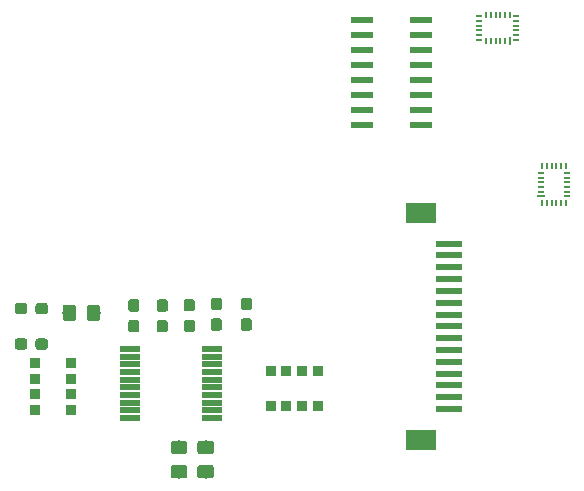
<source format=gbp>
G04 #@! TF.GenerationSoftware,KiCad,Pcbnew,(5.1.0)-1*
G04 #@! TF.CreationDate,2020-06-21T15:24:11+01:00*
G04 #@! TF.ProjectId,Top Board,546f7020-426f-4617-9264-2e6b69636164,-*
G04 #@! TF.SameCoordinates,Original*
G04 #@! TF.FileFunction,Paste,Bot*
G04 #@! TF.FilePolarity,Positive*
%FSLAX46Y46*%
G04 Gerber Fmt 4.6, Leading zero omitted, Abs format (unit mm)*
G04 Created by KiCad (PCBNEW (5.1.0)-1) date 2020-06-21 15:24:11*
%MOMM*%
%LPD*%
G04 APERTURE LIST*
%ADD10R,0.225000X0.663000*%
%ADD11R,0.225000X0.563000*%
%ADD12R,0.563000X0.225000*%
%ADD13R,0.663000X0.225000*%
%ADD14R,1.950000X0.590000*%
%ADD15C,0.150000*%
%ADD16C,0.950000*%
%ADD17C,1.150000*%
%ADD18R,1.700000X0.480000*%
%ADD19R,0.900000X0.900000*%
%ADD20R,2.200000X0.600000*%
%ADD21R,2.600000X1.800000*%
G04 APERTURE END LIST*
D10*
X166500000Y-86819000D03*
D11*
X166100000Y-86869000D03*
X165700000Y-86869000D03*
X165300000Y-86869000D03*
X164900000Y-86869000D03*
X164500000Y-86869000D03*
X164500000Y-84631000D03*
X164900000Y-84631000D03*
X165300000Y-84631000D03*
X165700000Y-84631000D03*
X166100000Y-84631000D03*
X166500000Y-84631000D03*
D12*
X163931000Y-85950000D03*
X163931000Y-86350000D03*
X163931000Y-86750000D03*
X163931000Y-85550000D03*
X163931000Y-85150000D03*
X163931000Y-84750000D03*
X167068000Y-84750000D03*
X167068000Y-85150000D03*
X167068000Y-85550000D03*
X167068000Y-85950000D03*
X167068000Y-86350000D03*
X167068000Y-86750000D03*
D13*
X169181000Y-100000000D03*
D12*
X169131000Y-99600000D03*
X169131000Y-99200000D03*
X169131000Y-98800000D03*
X169131000Y-98400000D03*
X169131000Y-98000000D03*
X171369000Y-98000000D03*
X171369000Y-98400000D03*
X171369000Y-98800000D03*
X171369000Y-99200000D03*
X171369000Y-99600000D03*
X171369000Y-100000000D03*
D11*
X170050000Y-97431000D03*
X169650000Y-97431000D03*
X169250000Y-97431000D03*
X170450000Y-97431000D03*
X170850000Y-97431000D03*
X171250000Y-97431000D03*
X171250000Y-100568000D03*
X170850000Y-100568000D03*
X170450000Y-100568000D03*
X170050000Y-100568000D03*
X169650000Y-100568000D03*
X169250000Y-100568000D03*
D14*
X154020000Y-85055000D03*
X154020000Y-86325000D03*
X154020000Y-87595000D03*
X154020000Y-88865000D03*
X154020000Y-90135000D03*
X154020000Y-91405000D03*
X154020000Y-92675000D03*
X154020000Y-93945000D03*
X158980000Y-93945000D03*
X158980000Y-92675000D03*
X158980000Y-91405000D03*
X158980000Y-90135000D03*
X158980000Y-88865000D03*
X158980000Y-87595000D03*
X158980000Y-86325000D03*
X158980000Y-85055000D03*
D15*
G36*
X134934779Y-108707144D02*
G01*
X134957834Y-108710563D01*
X134980443Y-108716227D01*
X135002387Y-108724079D01*
X135023457Y-108734044D01*
X135043448Y-108746026D01*
X135062168Y-108759910D01*
X135079438Y-108775562D01*
X135095090Y-108792832D01*
X135108974Y-108811552D01*
X135120956Y-108831543D01*
X135130921Y-108852613D01*
X135138773Y-108874557D01*
X135144437Y-108897166D01*
X135147856Y-108920221D01*
X135149000Y-108943500D01*
X135149000Y-109518500D01*
X135147856Y-109541779D01*
X135144437Y-109564834D01*
X135138773Y-109587443D01*
X135130921Y-109609387D01*
X135120956Y-109630457D01*
X135108974Y-109650448D01*
X135095090Y-109669168D01*
X135079438Y-109686438D01*
X135062168Y-109702090D01*
X135043448Y-109715974D01*
X135023457Y-109727956D01*
X135002387Y-109737921D01*
X134980443Y-109745773D01*
X134957834Y-109751437D01*
X134934779Y-109754856D01*
X134911500Y-109756000D01*
X134436500Y-109756000D01*
X134413221Y-109754856D01*
X134390166Y-109751437D01*
X134367557Y-109745773D01*
X134345613Y-109737921D01*
X134324543Y-109727956D01*
X134304552Y-109715974D01*
X134285832Y-109702090D01*
X134268562Y-109686438D01*
X134252910Y-109669168D01*
X134239026Y-109650448D01*
X134227044Y-109630457D01*
X134217079Y-109609387D01*
X134209227Y-109587443D01*
X134203563Y-109564834D01*
X134200144Y-109541779D01*
X134199000Y-109518500D01*
X134199000Y-108943500D01*
X134200144Y-108920221D01*
X134203563Y-108897166D01*
X134209227Y-108874557D01*
X134217079Y-108852613D01*
X134227044Y-108831543D01*
X134239026Y-108811552D01*
X134252910Y-108792832D01*
X134268562Y-108775562D01*
X134285832Y-108759910D01*
X134304552Y-108746026D01*
X134324543Y-108734044D01*
X134345613Y-108724079D01*
X134367557Y-108716227D01*
X134390166Y-108710563D01*
X134413221Y-108707144D01*
X134436500Y-108706000D01*
X134911500Y-108706000D01*
X134934779Y-108707144D01*
X134934779Y-108707144D01*
G37*
D16*
X134674000Y-109231000D03*
D15*
G36*
X134934779Y-110457144D02*
G01*
X134957834Y-110460563D01*
X134980443Y-110466227D01*
X135002387Y-110474079D01*
X135023457Y-110484044D01*
X135043448Y-110496026D01*
X135062168Y-110509910D01*
X135079438Y-110525562D01*
X135095090Y-110542832D01*
X135108974Y-110561552D01*
X135120956Y-110581543D01*
X135130921Y-110602613D01*
X135138773Y-110624557D01*
X135144437Y-110647166D01*
X135147856Y-110670221D01*
X135149000Y-110693500D01*
X135149000Y-111268500D01*
X135147856Y-111291779D01*
X135144437Y-111314834D01*
X135138773Y-111337443D01*
X135130921Y-111359387D01*
X135120956Y-111380457D01*
X135108974Y-111400448D01*
X135095090Y-111419168D01*
X135079438Y-111436438D01*
X135062168Y-111452090D01*
X135043448Y-111465974D01*
X135023457Y-111477956D01*
X135002387Y-111487921D01*
X134980443Y-111495773D01*
X134957834Y-111501437D01*
X134934779Y-111504856D01*
X134911500Y-111506000D01*
X134436500Y-111506000D01*
X134413221Y-111504856D01*
X134390166Y-111501437D01*
X134367557Y-111495773D01*
X134345613Y-111487921D01*
X134324543Y-111477956D01*
X134304552Y-111465974D01*
X134285832Y-111452090D01*
X134268562Y-111436438D01*
X134252910Y-111419168D01*
X134239026Y-111400448D01*
X134227044Y-111380457D01*
X134217079Y-111359387D01*
X134209227Y-111337443D01*
X134203563Y-111314834D01*
X134200144Y-111291779D01*
X134199000Y-111268500D01*
X134199000Y-110693500D01*
X134200144Y-110670221D01*
X134203563Y-110647166D01*
X134209227Y-110624557D01*
X134217079Y-110602613D01*
X134227044Y-110581543D01*
X134239026Y-110561552D01*
X134252910Y-110542832D01*
X134268562Y-110525562D01*
X134285832Y-110509910D01*
X134304552Y-110496026D01*
X134324543Y-110484044D01*
X134345613Y-110474079D01*
X134367557Y-110466227D01*
X134390166Y-110460563D01*
X134413221Y-110457144D01*
X134436500Y-110456000D01*
X134911500Y-110456000D01*
X134934779Y-110457144D01*
X134934779Y-110457144D01*
G37*
D16*
X134674000Y-110981000D03*
D15*
G36*
X137347779Y-108721144D02*
G01*
X137370834Y-108724563D01*
X137393443Y-108730227D01*
X137415387Y-108738079D01*
X137436457Y-108748044D01*
X137456448Y-108760026D01*
X137475168Y-108773910D01*
X137492438Y-108789562D01*
X137508090Y-108806832D01*
X137521974Y-108825552D01*
X137533956Y-108845543D01*
X137543921Y-108866613D01*
X137551773Y-108888557D01*
X137557437Y-108911166D01*
X137560856Y-108934221D01*
X137562000Y-108957500D01*
X137562000Y-109532500D01*
X137560856Y-109555779D01*
X137557437Y-109578834D01*
X137551773Y-109601443D01*
X137543921Y-109623387D01*
X137533956Y-109644457D01*
X137521974Y-109664448D01*
X137508090Y-109683168D01*
X137492438Y-109700438D01*
X137475168Y-109716090D01*
X137456448Y-109729974D01*
X137436457Y-109741956D01*
X137415387Y-109751921D01*
X137393443Y-109759773D01*
X137370834Y-109765437D01*
X137347779Y-109768856D01*
X137324500Y-109770000D01*
X136849500Y-109770000D01*
X136826221Y-109768856D01*
X136803166Y-109765437D01*
X136780557Y-109759773D01*
X136758613Y-109751921D01*
X136737543Y-109741956D01*
X136717552Y-109729974D01*
X136698832Y-109716090D01*
X136681562Y-109700438D01*
X136665910Y-109683168D01*
X136652026Y-109664448D01*
X136640044Y-109644457D01*
X136630079Y-109623387D01*
X136622227Y-109601443D01*
X136616563Y-109578834D01*
X136613144Y-109555779D01*
X136612000Y-109532500D01*
X136612000Y-108957500D01*
X136613144Y-108934221D01*
X136616563Y-108911166D01*
X136622227Y-108888557D01*
X136630079Y-108866613D01*
X136640044Y-108845543D01*
X136652026Y-108825552D01*
X136665910Y-108806832D01*
X136681562Y-108789562D01*
X136698832Y-108773910D01*
X136717552Y-108760026D01*
X136737543Y-108748044D01*
X136758613Y-108738079D01*
X136780557Y-108730227D01*
X136803166Y-108724563D01*
X136826221Y-108721144D01*
X136849500Y-108720000D01*
X137324500Y-108720000D01*
X137347779Y-108721144D01*
X137347779Y-108721144D01*
G37*
D16*
X137087000Y-109245000D03*
D15*
G36*
X137347779Y-110471144D02*
G01*
X137370834Y-110474563D01*
X137393443Y-110480227D01*
X137415387Y-110488079D01*
X137436457Y-110498044D01*
X137456448Y-110510026D01*
X137475168Y-110523910D01*
X137492438Y-110539562D01*
X137508090Y-110556832D01*
X137521974Y-110575552D01*
X137533956Y-110595543D01*
X137543921Y-110616613D01*
X137551773Y-110638557D01*
X137557437Y-110661166D01*
X137560856Y-110684221D01*
X137562000Y-110707500D01*
X137562000Y-111282500D01*
X137560856Y-111305779D01*
X137557437Y-111328834D01*
X137551773Y-111351443D01*
X137543921Y-111373387D01*
X137533956Y-111394457D01*
X137521974Y-111414448D01*
X137508090Y-111433168D01*
X137492438Y-111450438D01*
X137475168Y-111466090D01*
X137456448Y-111479974D01*
X137436457Y-111491956D01*
X137415387Y-111501921D01*
X137393443Y-111509773D01*
X137370834Y-111515437D01*
X137347779Y-111518856D01*
X137324500Y-111520000D01*
X136849500Y-111520000D01*
X136826221Y-111518856D01*
X136803166Y-111515437D01*
X136780557Y-111509773D01*
X136758613Y-111501921D01*
X136737543Y-111491956D01*
X136717552Y-111479974D01*
X136698832Y-111466090D01*
X136681562Y-111450438D01*
X136665910Y-111433168D01*
X136652026Y-111414448D01*
X136640044Y-111394457D01*
X136630079Y-111373387D01*
X136622227Y-111351443D01*
X136616563Y-111328834D01*
X136613144Y-111305779D01*
X136612000Y-111282500D01*
X136612000Y-110707500D01*
X136613144Y-110684221D01*
X136616563Y-110661166D01*
X136622227Y-110638557D01*
X136630079Y-110616613D01*
X136640044Y-110595543D01*
X136652026Y-110575552D01*
X136665910Y-110556832D01*
X136681562Y-110539562D01*
X136698832Y-110523910D01*
X136717552Y-110510026D01*
X136737543Y-110498044D01*
X136758613Y-110488079D01*
X136780557Y-110480227D01*
X136803166Y-110474563D01*
X136826221Y-110471144D01*
X136849500Y-110470000D01*
X137324500Y-110470000D01*
X137347779Y-110471144D01*
X137347779Y-110471144D01*
G37*
D16*
X137087000Y-110995000D03*
D15*
G36*
X139633779Y-110443144D02*
G01*
X139656834Y-110446563D01*
X139679443Y-110452227D01*
X139701387Y-110460079D01*
X139722457Y-110470044D01*
X139742448Y-110482026D01*
X139761168Y-110495910D01*
X139778438Y-110511562D01*
X139794090Y-110528832D01*
X139807974Y-110547552D01*
X139819956Y-110567543D01*
X139829921Y-110588613D01*
X139837773Y-110610557D01*
X139843437Y-110633166D01*
X139846856Y-110656221D01*
X139848000Y-110679500D01*
X139848000Y-111254500D01*
X139846856Y-111277779D01*
X139843437Y-111300834D01*
X139837773Y-111323443D01*
X139829921Y-111345387D01*
X139819956Y-111366457D01*
X139807974Y-111386448D01*
X139794090Y-111405168D01*
X139778438Y-111422438D01*
X139761168Y-111438090D01*
X139742448Y-111451974D01*
X139722457Y-111463956D01*
X139701387Y-111473921D01*
X139679443Y-111481773D01*
X139656834Y-111487437D01*
X139633779Y-111490856D01*
X139610500Y-111492000D01*
X139135500Y-111492000D01*
X139112221Y-111490856D01*
X139089166Y-111487437D01*
X139066557Y-111481773D01*
X139044613Y-111473921D01*
X139023543Y-111463956D01*
X139003552Y-111451974D01*
X138984832Y-111438090D01*
X138967562Y-111422438D01*
X138951910Y-111405168D01*
X138938026Y-111386448D01*
X138926044Y-111366457D01*
X138916079Y-111345387D01*
X138908227Y-111323443D01*
X138902563Y-111300834D01*
X138899144Y-111277779D01*
X138898000Y-111254500D01*
X138898000Y-110679500D01*
X138899144Y-110656221D01*
X138902563Y-110633166D01*
X138908227Y-110610557D01*
X138916079Y-110588613D01*
X138926044Y-110567543D01*
X138938026Y-110547552D01*
X138951910Y-110528832D01*
X138967562Y-110511562D01*
X138984832Y-110495910D01*
X139003552Y-110482026D01*
X139023543Y-110470044D01*
X139044613Y-110460079D01*
X139066557Y-110452227D01*
X139089166Y-110446563D01*
X139112221Y-110443144D01*
X139135500Y-110442000D01*
X139610500Y-110442000D01*
X139633779Y-110443144D01*
X139633779Y-110443144D01*
G37*
D16*
X139373000Y-110967000D03*
D15*
G36*
X139633779Y-108693144D02*
G01*
X139656834Y-108696563D01*
X139679443Y-108702227D01*
X139701387Y-108710079D01*
X139722457Y-108720044D01*
X139742448Y-108732026D01*
X139761168Y-108745910D01*
X139778438Y-108761562D01*
X139794090Y-108778832D01*
X139807974Y-108797552D01*
X139819956Y-108817543D01*
X139829921Y-108838613D01*
X139837773Y-108860557D01*
X139843437Y-108883166D01*
X139846856Y-108906221D01*
X139848000Y-108929500D01*
X139848000Y-109504500D01*
X139846856Y-109527779D01*
X139843437Y-109550834D01*
X139837773Y-109573443D01*
X139829921Y-109595387D01*
X139819956Y-109616457D01*
X139807974Y-109636448D01*
X139794090Y-109655168D01*
X139778438Y-109672438D01*
X139761168Y-109688090D01*
X139742448Y-109701974D01*
X139722457Y-109713956D01*
X139701387Y-109723921D01*
X139679443Y-109731773D01*
X139656834Y-109737437D01*
X139633779Y-109740856D01*
X139610500Y-109742000D01*
X139135500Y-109742000D01*
X139112221Y-109740856D01*
X139089166Y-109737437D01*
X139066557Y-109731773D01*
X139044613Y-109723921D01*
X139023543Y-109713956D01*
X139003552Y-109701974D01*
X138984832Y-109688090D01*
X138967562Y-109672438D01*
X138951910Y-109655168D01*
X138938026Y-109636448D01*
X138926044Y-109616457D01*
X138916079Y-109595387D01*
X138908227Y-109573443D01*
X138902563Y-109550834D01*
X138899144Y-109527779D01*
X138898000Y-109504500D01*
X138898000Y-108929500D01*
X138899144Y-108906221D01*
X138902563Y-108883166D01*
X138908227Y-108860557D01*
X138916079Y-108838613D01*
X138926044Y-108817543D01*
X138938026Y-108797552D01*
X138951910Y-108778832D01*
X138967562Y-108761562D01*
X138984832Y-108745910D01*
X139003552Y-108732026D01*
X139023543Y-108720044D01*
X139044613Y-108710079D01*
X139066557Y-108702227D01*
X139089166Y-108696563D01*
X139112221Y-108693144D01*
X139135500Y-108692000D01*
X139610500Y-108692000D01*
X139633779Y-108693144D01*
X139633779Y-108693144D01*
G37*
D16*
X139373000Y-109217000D03*
D15*
G36*
X141919779Y-108580144D02*
G01*
X141942834Y-108583563D01*
X141965443Y-108589227D01*
X141987387Y-108597079D01*
X142008457Y-108607044D01*
X142028448Y-108619026D01*
X142047168Y-108632910D01*
X142064438Y-108648562D01*
X142080090Y-108665832D01*
X142093974Y-108684552D01*
X142105956Y-108704543D01*
X142115921Y-108725613D01*
X142123773Y-108747557D01*
X142129437Y-108770166D01*
X142132856Y-108793221D01*
X142134000Y-108816500D01*
X142134000Y-109391500D01*
X142132856Y-109414779D01*
X142129437Y-109437834D01*
X142123773Y-109460443D01*
X142115921Y-109482387D01*
X142105956Y-109503457D01*
X142093974Y-109523448D01*
X142080090Y-109542168D01*
X142064438Y-109559438D01*
X142047168Y-109575090D01*
X142028448Y-109588974D01*
X142008457Y-109600956D01*
X141987387Y-109610921D01*
X141965443Y-109618773D01*
X141942834Y-109624437D01*
X141919779Y-109627856D01*
X141896500Y-109629000D01*
X141421500Y-109629000D01*
X141398221Y-109627856D01*
X141375166Y-109624437D01*
X141352557Y-109618773D01*
X141330613Y-109610921D01*
X141309543Y-109600956D01*
X141289552Y-109588974D01*
X141270832Y-109575090D01*
X141253562Y-109559438D01*
X141237910Y-109542168D01*
X141224026Y-109523448D01*
X141212044Y-109503457D01*
X141202079Y-109482387D01*
X141194227Y-109460443D01*
X141188563Y-109437834D01*
X141185144Y-109414779D01*
X141184000Y-109391500D01*
X141184000Y-108816500D01*
X141185144Y-108793221D01*
X141188563Y-108770166D01*
X141194227Y-108747557D01*
X141202079Y-108725613D01*
X141212044Y-108704543D01*
X141224026Y-108684552D01*
X141237910Y-108665832D01*
X141253562Y-108648562D01*
X141270832Y-108632910D01*
X141289552Y-108619026D01*
X141309543Y-108607044D01*
X141330613Y-108597079D01*
X141352557Y-108589227D01*
X141375166Y-108583563D01*
X141398221Y-108580144D01*
X141421500Y-108579000D01*
X141896500Y-108579000D01*
X141919779Y-108580144D01*
X141919779Y-108580144D01*
G37*
D16*
X141659000Y-109104000D03*
D15*
G36*
X141919779Y-110330144D02*
G01*
X141942834Y-110333563D01*
X141965443Y-110339227D01*
X141987387Y-110347079D01*
X142008457Y-110357044D01*
X142028448Y-110369026D01*
X142047168Y-110382910D01*
X142064438Y-110398562D01*
X142080090Y-110415832D01*
X142093974Y-110434552D01*
X142105956Y-110454543D01*
X142115921Y-110475613D01*
X142123773Y-110497557D01*
X142129437Y-110520166D01*
X142132856Y-110543221D01*
X142134000Y-110566500D01*
X142134000Y-111141500D01*
X142132856Y-111164779D01*
X142129437Y-111187834D01*
X142123773Y-111210443D01*
X142115921Y-111232387D01*
X142105956Y-111253457D01*
X142093974Y-111273448D01*
X142080090Y-111292168D01*
X142064438Y-111309438D01*
X142047168Y-111325090D01*
X142028448Y-111338974D01*
X142008457Y-111350956D01*
X141987387Y-111360921D01*
X141965443Y-111368773D01*
X141942834Y-111374437D01*
X141919779Y-111377856D01*
X141896500Y-111379000D01*
X141421500Y-111379000D01*
X141398221Y-111377856D01*
X141375166Y-111374437D01*
X141352557Y-111368773D01*
X141330613Y-111360921D01*
X141309543Y-111350956D01*
X141289552Y-111338974D01*
X141270832Y-111325090D01*
X141253562Y-111309438D01*
X141237910Y-111292168D01*
X141224026Y-111273448D01*
X141212044Y-111253457D01*
X141202079Y-111232387D01*
X141194227Y-111210443D01*
X141188563Y-111187834D01*
X141185144Y-111164779D01*
X141184000Y-111141500D01*
X141184000Y-110566500D01*
X141185144Y-110543221D01*
X141188563Y-110520166D01*
X141194227Y-110497557D01*
X141202079Y-110475613D01*
X141212044Y-110454543D01*
X141224026Y-110434552D01*
X141237910Y-110415832D01*
X141253562Y-110398562D01*
X141270832Y-110382910D01*
X141289552Y-110369026D01*
X141309543Y-110357044D01*
X141330613Y-110347079D01*
X141352557Y-110339227D01*
X141375166Y-110333563D01*
X141398221Y-110330144D01*
X141421500Y-110329000D01*
X141896500Y-110329000D01*
X141919779Y-110330144D01*
X141919779Y-110330144D01*
G37*
D16*
X141659000Y-110854000D03*
D15*
G36*
X144459779Y-110330144D02*
G01*
X144482834Y-110333563D01*
X144505443Y-110339227D01*
X144527387Y-110347079D01*
X144548457Y-110357044D01*
X144568448Y-110369026D01*
X144587168Y-110382910D01*
X144604438Y-110398562D01*
X144620090Y-110415832D01*
X144633974Y-110434552D01*
X144645956Y-110454543D01*
X144655921Y-110475613D01*
X144663773Y-110497557D01*
X144669437Y-110520166D01*
X144672856Y-110543221D01*
X144674000Y-110566500D01*
X144674000Y-111141500D01*
X144672856Y-111164779D01*
X144669437Y-111187834D01*
X144663773Y-111210443D01*
X144655921Y-111232387D01*
X144645956Y-111253457D01*
X144633974Y-111273448D01*
X144620090Y-111292168D01*
X144604438Y-111309438D01*
X144587168Y-111325090D01*
X144568448Y-111338974D01*
X144548457Y-111350956D01*
X144527387Y-111360921D01*
X144505443Y-111368773D01*
X144482834Y-111374437D01*
X144459779Y-111377856D01*
X144436500Y-111379000D01*
X143961500Y-111379000D01*
X143938221Y-111377856D01*
X143915166Y-111374437D01*
X143892557Y-111368773D01*
X143870613Y-111360921D01*
X143849543Y-111350956D01*
X143829552Y-111338974D01*
X143810832Y-111325090D01*
X143793562Y-111309438D01*
X143777910Y-111292168D01*
X143764026Y-111273448D01*
X143752044Y-111253457D01*
X143742079Y-111232387D01*
X143734227Y-111210443D01*
X143728563Y-111187834D01*
X143725144Y-111164779D01*
X143724000Y-111141500D01*
X143724000Y-110566500D01*
X143725144Y-110543221D01*
X143728563Y-110520166D01*
X143734227Y-110497557D01*
X143742079Y-110475613D01*
X143752044Y-110454543D01*
X143764026Y-110434552D01*
X143777910Y-110415832D01*
X143793562Y-110398562D01*
X143810832Y-110382910D01*
X143829552Y-110369026D01*
X143849543Y-110357044D01*
X143870613Y-110347079D01*
X143892557Y-110339227D01*
X143915166Y-110333563D01*
X143938221Y-110330144D01*
X143961500Y-110329000D01*
X144436500Y-110329000D01*
X144459779Y-110330144D01*
X144459779Y-110330144D01*
G37*
D16*
X144199000Y-110854000D03*
D15*
G36*
X144459779Y-108580144D02*
G01*
X144482834Y-108583563D01*
X144505443Y-108589227D01*
X144527387Y-108597079D01*
X144548457Y-108607044D01*
X144568448Y-108619026D01*
X144587168Y-108632910D01*
X144604438Y-108648562D01*
X144620090Y-108665832D01*
X144633974Y-108684552D01*
X144645956Y-108704543D01*
X144655921Y-108725613D01*
X144663773Y-108747557D01*
X144669437Y-108770166D01*
X144672856Y-108793221D01*
X144674000Y-108816500D01*
X144674000Y-109391500D01*
X144672856Y-109414779D01*
X144669437Y-109437834D01*
X144663773Y-109460443D01*
X144655921Y-109482387D01*
X144645956Y-109503457D01*
X144633974Y-109523448D01*
X144620090Y-109542168D01*
X144604438Y-109559438D01*
X144587168Y-109575090D01*
X144568448Y-109588974D01*
X144548457Y-109600956D01*
X144527387Y-109610921D01*
X144505443Y-109618773D01*
X144482834Y-109624437D01*
X144459779Y-109627856D01*
X144436500Y-109629000D01*
X143961500Y-109629000D01*
X143938221Y-109627856D01*
X143915166Y-109624437D01*
X143892557Y-109618773D01*
X143870613Y-109610921D01*
X143849543Y-109600956D01*
X143829552Y-109588974D01*
X143810832Y-109575090D01*
X143793562Y-109559438D01*
X143777910Y-109542168D01*
X143764026Y-109523448D01*
X143752044Y-109503457D01*
X143742079Y-109482387D01*
X143734227Y-109460443D01*
X143728563Y-109437834D01*
X143725144Y-109414779D01*
X143724000Y-109391500D01*
X143724000Y-108816500D01*
X143725144Y-108793221D01*
X143728563Y-108770166D01*
X143734227Y-108747557D01*
X143742079Y-108725613D01*
X143752044Y-108704543D01*
X143764026Y-108684552D01*
X143777910Y-108665832D01*
X143793562Y-108648562D01*
X143810832Y-108632910D01*
X143829552Y-108619026D01*
X143849543Y-108607044D01*
X143870613Y-108597079D01*
X143892557Y-108589227D01*
X143915166Y-108583563D01*
X143938221Y-108580144D01*
X143961500Y-108579000D01*
X144436500Y-108579000D01*
X144459779Y-108580144D01*
X144459779Y-108580144D01*
G37*
D16*
X144199000Y-109104000D03*
D15*
G36*
X131612505Y-109161204D02*
G01*
X131636773Y-109164804D01*
X131660572Y-109170765D01*
X131683671Y-109179030D01*
X131705850Y-109189520D01*
X131726893Y-109202132D01*
X131746599Y-109216747D01*
X131764777Y-109233223D01*
X131781253Y-109251401D01*
X131795868Y-109271107D01*
X131808480Y-109292150D01*
X131818970Y-109314329D01*
X131827235Y-109337428D01*
X131833196Y-109361227D01*
X131836796Y-109385495D01*
X131838000Y-109409999D01*
X131838000Y-110310001D01*
X131836796Y-110334505D01*
X131833196Y-110358773D01*
X131827235Y-110382572D01*
X131818970Y-110405671D01*
X131808480Y-110427850D01*
X131795868Y-110448893D01*
X131781253Y-110468599D01*
X131764777Y-110486777D01*
X131746599Y-110503253D01*
X131726893Y-110517868D01*
X131705850Y-110530480D01*
X131683671Y-110540970D01*
X131660572Y-110549235D01*
X131636773Y-110555196D01*
X131612505Y-110558796D01*
X131588001Y-110560000D01*
X130937999Y-110560000D01*
X130913495Y-110558796D01*
X130889227Y-110555196D01*
X130865428Y-110549235D01*
X130842329Y-110540970D01*
X130820150Y-110530480D01*
X130799107Y-110517868D01*
X130779401Y-110503253D01*
X130761223Y-110486777D01*
X130744747Y-110468599D01*
X130730132Y-110448893D01*
X130717520Y-110427850D01*
X130707030Y-110405671D01*
X130698765Y-110382572D01*
X130692804Y-110358773D01*
X130689204Y-110334505D01*
X130688000Y-110310001D01*
X130688000Y-109409999D01*
X130689204Y-109385495D01*
X130692804Y-109361227D01*
X130698765Y-109337428D01*
X130707030Y-109314329D01*
X130717520Y-109292150D01*
X130730132Y-109271107D01*
X130744747Y-109251401D01*
X130761223Y-109233223D01*
X130779401Y-109216747D01*
X130799107Y-109202132D01*
X130820150Y-109189520D01*
X130842329Y-109179030D01*
X130865428Y-109170765D01*
X130889227Y-109164804D01*
X130913495Y-109161204D01*
X130937999Y-109160000D01*
X131588001Y-109160000D01*
X131612505Y-109161204D01*
X131612505Y-109161204D01*
G37*
D17*
X131263000Y-109860000D03*
D15*
G36*
X129562505Y-109161204D02*
G01*
X129586773Y-109164804D01*
X129610572Y-109170765D01*
X129633671Y-109179030D01*
X129655850Y-109189520D01*
X129676893Y-109202132D01*
X129696599Y-109216747D01*
X129714777Y-109233223D01*
X129731253Y-109251401D01*
X129745868Y-109271107D01*
X129758480Y-109292150D01*
X129768970Y-109314329D01*
X129777235Y-109337428D01*
X129783196Y-109361227D01*
X129786796Y-109385495D01*
X129788000Y-109409999D01*
X129788000Y-110310001D01*
X129786796Y-110334505D01*
X129783196Y-110358773D01*
X129777235Y-110382572D01*
X129768970Y-110405671D01*
X129758480Y-110427850D01*
X129745868Y-110448893D01*
X129731253Y-110468599D01*
X129714777Y-110486777D01*
X129696599Y-110503253D01*
X129676893Y-110517868D01*
X129655850Y-110530480D01*
X129633671Y-110540970D01*
X129610572Y-110549235D01*
X129586773Y-110555196D01*
X129562505Y-110558796D01*
X129538001Y-110560000D01*
X128887999Y-110560000D01*
X128863495Y-110558796D01*
X128839227Y-110555196D01*
X128815428Y-110549235D01*
X128792329Y-110540970D01*
X128770150Y-110530480D01*
X128749107Y-110517868D01*
X128729401Y-110503253D01*
X128711223Y-110486777D01*
X128694747Y-110468599D01*
X128680132Y-110448893D01*
X128667520Y-110427850D01*
X128657030Y-110405671D01*
X128648765Y-110382572D01*
X128642804Y-110358773D01*
X128639204Y-110334505D01*
X128638000Y-110310001D01*
X128638000Y-109409999D01*
X128639204Y-109385495D01*
X128642804Y-109361227D01*
X128648765Y-109337428D01*
X128657030Y-109314329D01*
X128667520Y-109292150D01*
X128680132Y-109271107D01*
X128694747Y-109251401D01*
X128711223Y-109233223D01*
X128729401Y-109216747D01*
X128749107Y-109202132D01*
X128770150Y-109189520D01*
X128792329Y-109179030D01*
X128815428Y-109170765D01*
X128839227Y-109164804D01*
X128863495Y-109161204D01*
X128887999Y-109160000D01*
X129538001Y-109160000D01*
X129562505Y-109161204D01*
X129562505Y-109161204D01*
G37*
D17*
X129213000Y-109860000D03*
D15*
G36*
X141224505Y-122726204D02*
G01*
X141248773Y-122729804D01*
X141272572Y-122735765D01*
X141295671Y-122744030D01*
X141317850Y-122754520D01*
X141338893Y-122767132D01*
X141358599Y-122781747D01*
X141376777Y-122798223D01*
X141393253Y-122816401D01*
X141407868Y-122836107D01*
X141420480Y-122857150D01*
X141430970Y-122879329D01*
X141439235Y-122902428D01*
X141445196Y-122926227D01*
X141448796Y-122950495D01*
X141450000Y-122974999D01*
X141450000Y-123625001D01*
X141448796Y-123649505D01*
X141445196Y-123673773D01*
X141439235Y-123697572D01*
X141430970Y-123720671D01*
X141420480Y-123742850D01*
X141407868Y-123763893D01*
X141393253Y-123783599D01*
X141376777Y-123801777D01*
X141358599Y-123818253D01*
X141338893Y-123832868D01*
X141317850Y-123845480D01*
X141295671Y-123855970D01*
X141272572Y-123864235D01*
X141248773Y-123870196D01*
X141224505Y-123873796D01*
X141200001Y-123875000D01*
X140299999Y-123875000D01*
X140275495Y-123873796D01*
X140251227Y-123870196D01*
X140227428Y-123864235D01*
X140204329Y-123855970D01*
X140182150Y-123845480D01*
X140161107Y-123832868D01*
X140141401Y-123818253D01*
X140123223Y-123801777D01*
X140106747Y-123783599D01*
X140092132Y-123763893D01*
X140079520Y-123742850D01*
X140069030Y-123720671D01*
X140060765Y-123697572D01*
X140054804Y-123673773D01*
X140051204Y-123649505D01*
X140050000Y-123625001D01*
X140050000Y-122974999D01*
X140051204Y-122950495D01*
X140054804Y-122926227D01*
X140060765Y-122902428D01*
X140069030Y-122879329D01*
X140079520Y-122857150D01*
X140092132Y-122836107D01*
X140106747Y-122816401D01*
X140123223Y-122798223D01*
X140141401Y-122781747D01*
X140161107Y-122767132D01*
X140182150Y-122754520D01*
X140204329Y-122744030D01*
X140227428Y-122735765D01*
X140251227Y-122729804D01*
X140275495Y-122726204D01*
X140299999Y-122725000D01*
X141200001Y-122725000D01*
X141224505Y-122726204D01*
X141224505Y-122726204D01*
G37*
D17*
X140750000Y-123300000D03*
D15*
G36*
X141224505Y-120676204D02*
G01*
X141248773Y-120679804D01*
X141272572Y-120685765D01*
X141295671Y-120694030D01*
X141317850Y-120704520D01*
X141338893Y-120717132D01*
X141358599Y-120731747D01*
X141376777Y-120748223D01*
X141393253Y-120766401D01*
X141407868Y-120786107D01*
X141420480Y-120807150D01*
X141430970Y-120829329D01*
X141439235Y-120852428D01*
X141445196Y-120876227D01*
X141448796Y-120900495D01*
X141450000Y-120924999D01*
X141450000Y-121575001D01*
X141448796Y-121599505D01*
X141445196Y-121623773D01*
X141439235Y-121647572D01*
X141430970Y-121670671D01*
X141420480Y-121692850D01*
X141407868Y-121713893D01*
X141393253Y-121733599D01*
X141376777Y-121751777D01*
X141358599Y-121768253D01*
X141338893Y-121782868D01*
X141317850Y-121795480D01*
X141295671Y-121805970D01*
X141272572Y-121814235D01*
X141248773Y-121820196D01*
X141224505Y-121823796D01*
X141200001Y-121825000D01*
X140299999Y-121825000D01*
X140275495Y-121823796D01*
X140251227Y-121820196D01*
X140227428Y-121814235D01*
X140204329Y-121805970D01*
X140182150Y-121795480D01*
X140161107Y-121782868D01*
X140141401Y-121768253D01*
X140123223Y-121751777D01*
X140106747Y-121733599D01*
X140092132Y-121713893D01*
X140079520Y-121692850D01*
X140069030Y-121670671D01*
X140060765Y-121647572D01*
X140054804Y-121623773D01*
X140051204Y-121599505D01*
X140050000Y-121575001D01*
X140050000Y-120924999D01*
X140051204Y-120900495D01*
X140054804Y-120876227D01*
X140060765Y-120852428D01*
X140069030Y-120829329D01*
X140079520Y-120807150D01*
X140092132Y-120786107D01*
X140106747Y-120766401D01*
X140123223Y-120748223D01*
X140141401Y-120731747D01*
X140161107Y-120717132D01*
X140182150Y-120704520D01*
X140204329Y-120694030D01*
X140227428Y-120685765D01*
X140251227Y-120679804D01*
X140275495Y-120676204D01*
X140299999Y-120675000D01*
X141200001Y-120675000D01*
X141224505Y-120676204D01*
X141224505Y-120676204D01*
G37*
D17*
X140750000Y-121250000D03*
D15*
G36*
X138974505Y-120676204D02*
G01*
X138998773Y-120679804D01*
X139022572Y-120685765D01*
X139045671Y-120694030D01*
X139067850Y-120704520D01*
X139088893Y-120717132D01*
X139108599Y-120731747D01*
X139126777Y-120748223D01*
X139143253Y-120766401D01*
X139157868Y-120786107D01*
X139170480Y-120807150D01*
X139180970Y-120829329D01*
X139189235Y-120852428D01*
X139195196Y-120876227D01*
X139198796Y-120900495D01*
X139200000Y-120924999D01*
X139200000Y-121575001D01*
X139198796Y-121599505D01*
X139195196Y-121623773D01*
X139189235Y-121647572D01*
X139180970Y-121670671D01*
X139170480Y-121692850D01*
X139157868Y-121713893D01*
X139143253Y-121733599D01*
X139126777Y-121751777D01*
X139108599Y-121768253D01*
X139088893Y-121782868D01*
X139067850Y-121795480D01*
X139045671Y-121805970D01*
X139022572Y-121814235D01*
X138998773Y-121820196D01*
X138974505Y-121823796D01*
X138950001Y-121825000D01*
X138049999Y-121825000D01*
X138025495Y-121823796D01*
X138001227Y-121820196D01*
X137977428Y-121814235D01*
X137954329Y-121805970D01*
X137932150Y-121795480D01*
X137911107Y-121782868D01*
X137891401Y-121768253D01*
X137873223Y-121751777D01*
X137856747Y-121733599D01*
X137842132Y-121713893D01*
X137829520Y-121692850D01*
X137819030Y-121670671D01*
X137810765Y-121647572D01*
X137804804Y-121623773D01*
X137801204Y-121599505D01*
X137800000Y-121575001D01*
X137800000Y-120924999D01*
X137801204Y-120900495D01*
X137804804Y-120876227D01*
X137810765Y-120852428D01*
X137819030Y-120829329D01*
X137829520Y-120807150D01*
X137842132Y-120786107D01*
X137856747Y-120766401D01*
X137873223Y-120748223D01*
X137891401Y-120731747D01*
X137911107Y-120717132D01*
X137932150Y-120704520D01*
X137954329Y-120694030D01*
X137977428Y-120685765D01*
X138001227Y-120679804D01*
X138025495Y-120676204D01*
X138049999Y-120675000D01*
X138950001Y-120675000D01*
X138974505Y-120676204D01*
X138974505Y-120676204D01*
G37*
D17*
X138500000Y-121250000D03*
D15*
G36*
X138974505Y-122726204D02*
G01*
X138998773Y-122729804D01*
X139022572Y-122735765D01*
X139045671Y-122744030D01*
X139067850Y-122754520D01*
X139088893Y-122767132D01*
X139108599Y-122781747D01*
X139126777Y-122798223D01*
X139143253Y-122816401D01*
X139157868Y-122836107D01*
X139170480Y-122857150D01*
X139180970Y-122879329D01*
X139189235Y-122902428D01*
X139195196Y-122926227D01*
X139198796Y-122950495D01*
X139200000Y-122974999D01*
X139200000Y-123625001D01*
X139198796Y-123649505D01*
X139195196Y-123673773D01*
X139189235Y-123697572D01*
X139180970Y-123720671D01*
X139170480Y-123742850D01*
X139157868Y-123763893D01*
X139143253Y-123783599D01*
X139126777Y-123801777D01*
X139108599Y-123818253D01*
X139088893Y-123832868D01*
X139067850Y-123845480D01*
X139045671Y-123855970D01*
X139022572Y-123864235D01*
X138998773Y-123870196D01*
X138974505Y-123873796D01*
X138950001Y-123875000D01*
X138049999Y-123875000D01*
X138025495Y-123873796D01*
X138001227Y-123870196D01*
X137977428Y-123864235D01*
X137954329Y-123855970D01*
X137932150Y-123845480D01*
X137911107Y-123832868D01*
X137891401Y-123818253D01*
X137873223Y-123801777D01*
X137856747Y-123783599D01*
X137842132Y-123763893D01*
X137829520Y-123742850D01*
X137819030Y-123720671D01*
X137810765Y-123697572D01*
X137804804Y-123673773D01*
X137801204Y-123649505D01*
X137800000Y-123625001D01*
X137800000Y-122974999D01*
X137801204Y-122950495D01*
X137804804Y-122926227D01*
X137810765Y-122902428D01*
X137819030Y-122879329D01*
X137829520Y-122857150D01*
X137842132Y-122836107D01*
X137856747Y-122816401D01*
X137873223Y-122798223D01*
X137891401Y-122781747D01*
X137911107Y-122767132D01*
X137932150Y-122754520D01*
X137954329Y-122744030D01*
X137977428Y-122735765D01*
X138001227Y-122729804D01*
X138025495Y-122726204D01*
X138049999Y-122725000D01*
X138950001Y-122725000D01*
X138974505Y-122726204D01*
X138974505Y-122726204D01*
G37*
D17*
X138500000Y-123300000D03*
D15*
G36*
X127185779Y-112026144D02*
G01*
X127208834Y-112029563D01*
X127231443Y-112035227D01*
X127253387Y-112043079D01*
X127274457Y-112053044D01*
X127294448Y-112065026D01*
X127313168Y-112078910D01*
X127330438Y-112094562D01*
X127346090Y-112111832D01*
X127359974Y-112130552D01*
X127371956Y-112150543D01*
X127381921Y-112171613D01*
X127389773Y-112193557D01*
X127395437Y-112216166D01*
X127398856Y-112239221D01*
X127400000Y-112262500D01*
X127400000Y-112737500D01*
X127398856Y-112760779D01*
X127395437Y-112783834D01*
X127389773Y-112806443D01*
X127381921Y-112828387D01*
X127371956Y-112849457D01*
X127359974Y-112869448D01*
X127346090Y-112888168D01*
X127330438Y-112905438D01*
X127313168Y-112921090D01*
X127294448Y-112934974D01*
X127274457Y-112946956D01*
X127253387Y-112956921D01*
X127231443Y-112964773D01*
X127208834Y-112970437D01*
X127185779Y-112973856D01*
X127162500Y-112975000D01*
X126587500Y-112975000D01*
X126564221Y-112973856D01*
X126541166Y-112970437D01*
X126518557Y-112964773D01*
X126496613Y-112956921D01*
X126475543Y-112946956D01*
X126455552Y-112934974D01*
X126436832Y-112921090D01*
X126419562Y-112905438D01*
X126403910Y-112888168D01*
X126390026Y-112869448D01*
X126378044Y-112849457D01*
X126368079Y-112828387D01*
X126360227Y-112806443D01*
X126354563Y-112783834D01*
X126351144Y-112760779D01*
X126350000Y-112737500D01*
X126350000Y-112262500D01*
X126351144Y-112239221D01*
X126354563Y-112216166D01*
X126360227Y-112193557D01*
X126368079Y-112171613D01*
X126378044Y-112150543D01*
X126390026Y-112130552D01*
X126403910Y-112111832D01*
X126419562Y-112094562D01*
X126436832Y-112078910D01*
X126455552Y-112065026D01*
X126475543Y-112053044D01*
X126496613Y-112043079D01*
X126518557Y-112035227D01*
X126541166Y-112029563D01*
X126564221Y-112026144D01*
X126587500Y-112025000D01*
X127162500Y-112025000D01*
X127185779Y-112026144D01*
X127185779Y-112026144D01*
G37*
D16*
X126875000Y-112500000D03*
D15*
G36*
X125435779Y-112026144D02*
G01*
X125458834Y-112029563D01*
X125481443Y-112035227D01*
X125503387Y-112043079D01*
X125524457Y-112053044D01*
X125544448Y-112065026D01*
X125563168Y-112078910D01*
X125580438Y-112094562D01*
X125596090Y-112111832D01*
X125609974Y-112130552D01*
X125621956Y-112150543D01*
X125631921Y-112171613D01*
X125639773Y-112193557D01*
X125645437Y-112216166D01*
X125648856Y-112239221D01*
X125650000Y-112262500D01*
X125650000Y-112737500D01*
X125648856Y-112760779D01*
X125645437Y-112783834D01*
X125639773Y-112806443D01*
X125631921Y-112828387D01*
X125621956Y-112849457D01*
X125609974Y-112869448D01*
X125596090Y-112888168D01*
X125580438Y-112905438D01*
X125563168Y-112921090D01*
X125544448Y-112934974D01*
X125524457Y-112946956D01*
X125503387Y-112956921D01*
X125481443Y-112964773D01*
X125458834Y-112970437D01*
X125435779Y-112973856D01*
X125412500Y-112975000D01*
X124837500Y-112975000D01*
X124814221Y-112973856D01*
X124791166Y-112970437D01*
X124768557Y-112964773D01*
X124746613Y-112956921D01*
X124725543Y-112946956D01*
X124705552Y-112934974D01*
X124686832Y-112921090D01*
X124669562Y-112905438D01*
X124653910Y-112888168D01*
X124640026Y-112869448D01*
X124628044Y-112849457D01*
X124618079Y-112828387D01*
X124610227Y-112806443D01*
X124604563Y-112783834D01*
X124601144Y-112760779D01*
X124600000Y-112737500D01*
X124600000Y-112262500D01*
X124601144Y-112239221D01*
X124604563Y-112216166D01*
X124610227Y-112193557D01*
X124618079Y-112171613D01*
X124628044Y-112150543D01*
X124640026Y-112130552D01*
X124653910Y-112111832D01*
X124669562Y-112094562D01*
X124686832Y-112078910D01*
X124705552Y-112065026D01*
X124725543Y-112053044D01*
X124746613Y-112043079D01*
X124768557Y-112035227D01*
X124791166Y-112029563D01*
X124814221Y-112026144D01*
X124837500Y-112025000D01*
X125412500Y-112025000D01*
X125435779Y-112026144D01*
X125435779Y-112026144D01*
G37*
D16*
X125125000Y-112500000D03*
D15*
G36*
X125435779Y-109026144D02*
G01*
X125458834Y-109029563D01*
X125481443Y-109035227D01*
X125503387Y-109043079D01*
X125524457Y-109053044D01*
X125544448Y-109065026D01*
X125563168Y-109078910D01*
X125580438Y-109094562D01*
X125596090Y-109111832D01*
X125609974Y-109130552D01*
X125621956Y-109150543D01*
X125631921Y-109171613D01*
X125639773Y-109193557D01*
X125645437Y-109216166D01*
X125648856Y-109239221D01*
X125650000Y-109262500D01*
X125650000Y-109737500D01*
X125648856Y-109760779D01*
X125645437Y-109783834D01*
X125639773Y-109806443D01*
X125631921Y-109828387D01*
X125621956Y-109849457D01*
X125609974Y-109869448D01*
X125596090Y-109888168D01*
X125580438Y-109905438D01*
X125563168Y-109921090D01*
X125544448Y-109934974D01*
X125524457Y-109946956D01*
X125503387Y-109956921D01*
X125481443Y-109964773D01*
X125458834Y-109970437D01*
X125435779Y-109973856D01*
X125412500Y-109975000D01*
X124837500Y-109975000D01*
X124814221Y-109973856D01*
X124791166Y-109970437D01*
X124768557Y-109964773D01*
X124746613Y-109956921D01*
X124725543Y-109946956D01*
X124705552Y-109934974D01*
X124686832Y-109921090D01*
X124669562Y-109905438D01*
X124653910Y-109888168D01*
X124640026Y-109869448D01*
X124628044Y-109849457D01*
X124618079Y-109828387D01*
X124610227Y-109806443D01*
X124604563Y-109783834D01*
X124601144Y-109760779D01*
X124600000Y-109737500D01*
X124600000Y-109262500D01*
X124601144Y-109239221D01*
X124604563Y-109216166D01*
X124610227Y-109193557D01*
X124618079Y-109171613D01*
X124628044Y-109150543D01*
X124640026Y-109130552D01*
X124653910Y-109111832D01*
X124669562Y-109094562D01*
X124686832Y-109078910D01*
X124705552Y-109065026D01*
X124725543Y-109053044D01*
X124746613Y-109043079D01*
X124768557Y-109035227D01*
X124791166Y-109029563D01*
X124814221Y-109026144D01*
X124837500Y-109025000D01*
X125412500Y-109025000D01*
X125435779Y-109026144D01*
X125435779Y-109026144D01*
G37*
D16*
X125125000Y-109500000D03*
D15*
G36*
X127185779Y-109026144D02*
G01*
X127208834Y-109029563D01*
X127231443Y-109035227D01*
X127253387Y-109043079D01*
X127274457Y-109053044D01*
X127294448Y-109065026D01*
X127313168Y-109078910D01*
X127330438Y-109094562D01*
X127346090Y-109111832D01*
X127359974Y-109130552D01*
X127371956Y-109150543D01*
X127381921Y-109171613D01*
X127389773Y-109193557D01*
X127395437Y-109216166D01*
X127398856Y-109239221D01*
X127400000Y-109262500D01*
X127400000Y-109737500D01*
X127398856Y-109760779D01*
X127395437Y-109783834D01*
X127389773Y-109806443D01*
X127381921Y-109828387D01*
X127371956Y-109849457D01*
X127359974Y-109869448D01*
X127346090Y-109888168D01*
X127330438Y-109905438D01*
X127313168Y-109921090D01*
X127294448Y-109934974D01*
X127274457Y-109946956D01*
X127253387Y-109956921D01*
X127231443Y-109964773D01*
X127208834Y-109970437D01*
X127185779Y-109973856D01*
X127162500Y-109975000D01*
X126587500Y-109975000D01*
X126564221Y-109973856D01*
X126541166Y-109970437D01*
X126518557Y-109964773D01*
X126496613Y-109956921D01*
X126475543Y-109946956D01*
X126455552Y-109934974D01*
X126436832Y-109921090D01*
X126419562Y-109905438D01*
X126403910Y-109888168D01*
X126390026Y-109869448D01*
X126378044Y-109849457D01*
X126368079Y-109828387D01*
X126360227Y-109806443D01*
X126354563Y-109783834D01*
X126351144Y-109760779D01*
X126350000Y-109737500D01*
X126350000Y-109262500D01*
X126351144Y-109239221D01*
X126354563Y-109216166D01*
X126360227Y-109193557D01*
X126368079Y-109171613D01*
X126378044Y-109150543D01*
X126390026Y-109130552D01*
X126403910Y-109111832D01*
X126419562Y-109094562D01*
X126436832Y-109078910D01*
X126455552Y-109065026D01*
X126475543Y-109053044D01*
X126496613Y-109043079D01*
X126518557Y-109035227D01*
X126541166Y-109029563D01*
X126564221Y-109026144D01*
X126587500Y-109025000D01*
X127162500Y-109025000D01*
X127185779Y-109026144D01*
X127185779Y-109026144D01*
G37*
D16*
X126875000Y-109500000D03*
D18*
X141309000Y-112904000D03*
X141309000Y-113554000D03*
X141309000Y-114204000D03*
X141309000Y-114854000D03*
X141309000Y-115504000D03*
X141309000Y-116154000D03*
X141309000Y-116804000D03*
X141309000Y-117454000D03*
X141309000Y-118104000D03*
X141309000Y-118754000D03*
X134389000Y-118754000D03*
X134389000Y-118104000D03*
X134389000Y-117454000D03*
X134389000Y-116804000D03*
X134389000Y-116154000D03*
X134389000Y-115504000D03*
X134389000Y-114854000D03*
X134389000Y-114204000D03*
X134389000Y-113554000D03*
X134389000Y-112904000D03*
D19*
X129316000Y-114083000D03*
X129316000Y-118083000D03*
X129316000Y-115423000D03*
X129316000Y-116743000D03*
X126316000Y-115423000D03*
X126316000Y-114083000D03*
X126316000Y-118083000D03*
X126316000Y-116743000D03*
X147590000Y-114750000D03*
X146250000Y-114750000D03*
X150250000Y-114750000D03*
X148910000Y-114750000D03*
X147590000Y-117750000D03*
X148910000Y-117750000D03*
X146250000Y-117750000D03*
X150250000Y-117750000D03*
D20*
X161400000Y-114000000D03*
X161400000Y-115000000D03*
X161400000Y-113000000D03*
X161400000Y-116000000D03*
D21*
X159000000Y-101400000D03*
X159000000Y-120600000D03*
D20*
X161400000Y-117000000D03*
X161400000Y-118000000D03*
X161400000Y-112000000D03*
X161400000Y-111000000D03*
X161400000Y-110000000D03*
X161400000Y-109000000D03*
X161400000Y-108000000D03*
X161400000Y-107000000D03*
X161400000Y-106000000D03*
X161400000Y-105000000D03*
X161400000Y-104000000D03*
M02*

</source>
